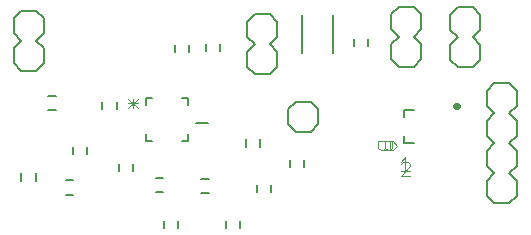
<source format=gto>
G75*
%MOIN*%
%OFA0B0*%
%FSLAX25Y25*%
%IPPOS*%
%LPD*%
%AMOC8*
5,1,8,0,0,1.08239X$1,22.5*
%
%ADD10C,0.00800*%
%ADD11C,0.00600*%
%ADD12C,0.02200*%
%ADD13C,0.00300*%
D10*
X0137120Y0092222D02*
X0139620Y0089722D01*
X0144620Y0089722D01*
X0147120Y0092222D01*
X0147120Y0097222D01*
X0144620Y0099722D01*
X0139620Y0099722D01*
X0137120Y0097222D01*
X0137120Y0092222D01*
X0130960Y0108902D02*
X0125960Y0108902D01*
X0123460Y0111402D01*
X0123460Y0116402D01*
X0125960Y0118902D01*
X0123460Y0121402D01*
X0123460Y0126402D01*
X0125960Y0128902D01*
X0130960Y0128902D01*
X0133460Y0126402D01*
X0133460Y0121402D01*
X0130960Y0118902D01*
X0133460Y0116402D01*
X0133460Y0111402D01*
X0130960Y0108902D01*
X0141772Y0115913D02*
X0141772Y0128511D01*
X0152008Y0128511D02*
X0152008Y0115913D01*
X0171500Y0113932D02*
X0174000Y0111432D01*
X0179000Y0111432D01*
X0181500Y0113932D01*
X0181500Y0118932D01*
X0179000Y0121432D01*
X0181500Y0123932D01*
X0181500Y0128932D01*
X0179000Y0131432D01*
X0174000Y0131432D01*
X0171500Y0128932D01*
X0171500Y0123932D01*
X0174000Y0121432D01*
X0171500Y0118932D01*
X0171500Y0113932D01*
X0191190Y0113672D02*
X0193690Y0111172D01*
X0198690Y0111172D01*
X0201190Y0113672D01*
X0201190Y0118672D01*
X0198690Y0121172D01*
X0201190Y0123672D01*
X0201190Y0128672D01*
X0198690Y0131172D01*
X0193690Y0131172D01*
X0191190Y0128672D01*
X0191190Y0123672D01*
X0193690Y0121172D01*
X0191190Y0118672D01*
X0191190Y0113672D01*
X0203430Y0103412D02*
X0205930Y0105912D01*
X0210930Y0105912D01*
X0213430Y0103412D01*
X0213430Y0098412D01*
X0210930Y0095912D01*
X0213430Y0093412D01*
X0213430Y0088412D01*
X0210930Y0085912D01*
X0213430Y0083412D01*
X0213430Y0078412D01*
X0210930Y0075912D01*
X0213430Y0073412D01*
X0213430Y0068412D01*
X0210930Y0065912D01*
X0205930Y0065912D01*
X0203430Y0068412D01*
X0203430Y0073412D01*
X0205930Y0075912D01*
X0203430Y0078412D01*
X0203430Y0083412D01*
X0205930Y0085912D01*
X0203430Y0088412D01*
X0203430Y0093412D01*
X0205930Y0095912D01*
X0203430Y0098412D01*
X0203430Y0103412D01*
X0178994Y0096844D02*
X0175844Y0096844D01*
X0175844Y0094482D01*
X0175844Y0088182D02*
X0175844Y0085820D01*
X0178994Y0085820D01*
X0055720Y0112632D02*
X0053220Y0110132D01*
X0048220Y0110132D01*
X0045720Y0112632D01*
X0045720Y0117632D01*
X0048220Y0120132D01*
X0045720Y0122632D01*
X0045720Y0127632D01*
X0048220Y0130132D01*
X0053220Y0130132D01*
X0055720Y0127632D01*
X0055720Y0122632D01*
X0053220Y0120132D01*
X0055720Y0117632D01*
X0055720Y0112632D01*
D11*
X0095618Y0059843D02*
X0095618Y0057481D01*
X0100342Y0057481D02*
X0100342Y0059843D01*
X0116508Y0060033D02*
X0116508Y0057671D01*
X0121232Y0057671D02*
X0121232Y0060033D01*
X0126878Y0069561D02*
X0126878Y0071923D01*
X0131602Y0071923D02*
X0131602Y0069561D01*
X0137818Y0078031D02*
X0137818Y0080393D01*
X0142542Y0080393D02*
X0142542Y0078031D01*
X0127672Y0084791D02*
X0127672Y0087153D01*
X0122948Y0087153D02*
X0122948Y0084791D01*
X0110300Y0092762D02*
X0106300Y0092762D01*
X0103900Y0088862D02*
X0103900Y0086662D01*
X0101700Y0086662D01*
X0091900Y0086662D02*
X0089700Y0086662D01*
X0089700Y0088862D01*
X0079950Y0097187D02*
X0079950Y0099549D01*
X0075225Y0099549D02*
X0075225Y0097187D01*
X0089700Y0098662D02*
X0089700Y0100862D01*
X0091900Y0100862D01*
X0101700Y0100862D02*
X0103900Y0100862D01*
X0103900Y0098662D01*
X0104162Y0116431D02*
X0104162Y0118793D01*
X0099438Y0118793D02*
X0099438Y0116431D01*
X0109768Y0116531D02*
X0109768Y0118893D01*
X0114492Y0118893D02*
X0114492Y0116531D01*
X0159008Y0118311D02*
X0159008Y0120673D01*
X0163732Y0120673D02*
X0163732Y0118311D01*
X0110611Y0074074D02*
X0108249Y0074074D01*
X0108249Y0069350D02*
X0110611Y0069350D01*
X0095511Y0069550D02*
X0093149Y0069550D01*
X0093149Y0074274D02*
X0095511Y0074274D01*
X0085412Y0076581D02*
X0085412Y0078943D01*
X0080688Y0078943D02*
X0080688Y0076581D01*
X0070262Y0082311D02*
X0070262Y0084673D01*
X0065538Y0084673D02*
X0065538Y0082311D01*
X0052962Y0075823D02*
X0052962Y0073461D01*
X0048238Y0073461D02*
X0048238Y0075823D01*
X0063099Y0073514D02*
X0065461Y0073514D01*
X0065461Y0068790D02*
X0063099Y0068790D01*
X0059618Y0096892D02*
X0057256Y0096892D01*
X0057256Y0101617D02*
X0059618Y0101617D01*
D12*
X0193220Y0098322D02*
X0193460Y0098322D01*
D13*
X0173524Y0085104D02*
X0171956Y0086672D01*
X0168820Y0086672D01*
X0169572Y0086672D02*
X0169572Y0084320D01*
X0168788Y0083536D01*
X0168004Y0083536D01*
X0167220Y0084320D01*
X0167220Y0086672D01*
X0171924Y0086672D01*
X0171924Y0084320D01*
X0171140Y0083536D01*
X0170356Y0083536D01*
X0169572Y0084320D01*
X0168820Y0083536D02*
X0171956Y0083536D01*
X0173524Y0085104D01*
X0171172Y0086672D02*
X0171172Y0083536D01*
X0174620Y0079808D02*
X0176188Y0081376D01*
X0176188Y0076672D01*
X0174620Y0076672D02*
X0177756Y0076672D01*
X0177756Y0078208D02*
X0174620Y0075072D01*
X0177756Y0075072D01*
X0177756Y0078208D02*
X0177756Y0078992D01*
X0176972Y0079776D01*
X0175404Y0079776D01*
X0174620Y0078992D01*
X0086986Y0097596D02*
X0083850Y0100732D01*
X0085418Y0100732D02*
X0085418Y0097596D01*
X0083850Y0097596D02*
X0086986Y0100732D01*
X0086986Y0099164D02*
X0083850Y0099164D01*
M02*

</source>
